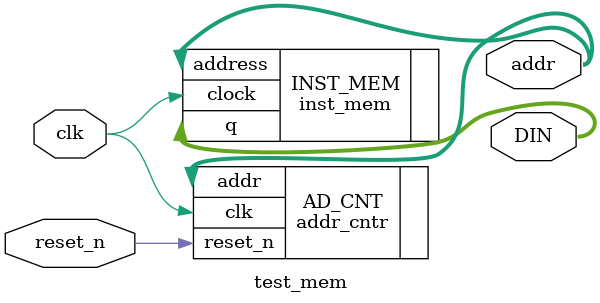
<source format=v>
module test_mem
(
	input clk,
	input reset_n,
	
	output [15: 0] DIN,
	output [4: 0] addr
);
	
	addr_cntr AD_CNT
	(
		.clk(clk),
		.reset_n(reset_n),
			
		.addr(addr)
	);
	
	inst_mem INST_MEM
	(
		.address(addr),
		.clock(clk),
		
		.q(DIN)
	);
	
endmodule


</source>
